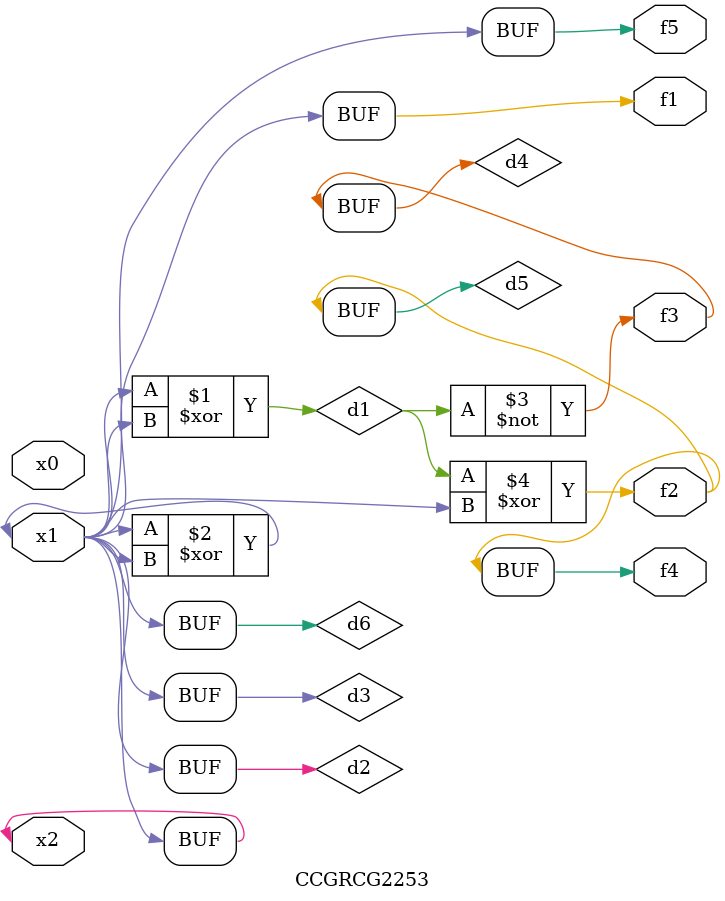
<source format=v>
module CCGRCG2253(
	input x0, x1, x2,
	output f1, f2, f3, f4, f5
);

	wire d1, d2, d3, d4, d5, d6;

	xor (d1, x1, x2);
	buf (d2, x1, x2);
	xor (d3, x1, x2);
	nor (d4, d1);
	xor (d5, d1, d2);
	buf (d6, d2, d3);
	assign f1 = d6;
	assign f2 = d5;
	assign f3 = d4;
	assign f4 = d5;
	assign f5 = d6;
endmodule

</source>
